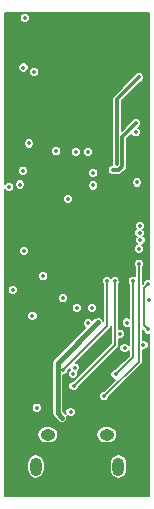
<source format=gbr>
G04 #@! TF.FileFunction,Copper,L2,Inr,Plane*
%FSLAX46Y46*%
G04 Gerber Fmt 4.6, Leading zero omitted, Abs format (unit mm)*
G04 Created by KiCad (PCBNEW 4.0.5) date 07/06/17 21:13:05*
%MOMM*%
%LPD*%
G01*
G04 APERTURE LIST*
%ADD10C,0.100000*%
%ADD11O,1.250000X0.950000*%
%ADD12O,1.000000X1.550000*%
%ADD13C,0.355600*%
%ADD14C,0.304800*%
%ADD15C,0.381000*%
%ADD16C,0.152400*%
%ADD17C,0.304800*%
%ADD18C,0.203200*%
G04 APERTURE END LIST*
D10*
D11*
X137200000Y-102409000D03*
X142200000Y-102409000D03*
D12*
X136200000Y-105109000D03*
X143200000Y-105109000D03*
D13*
X136067800Y-71704200D03*
X135153400Y-71323200D03*
X135610600Y-77749400D03*
X135102600Y-80060800D03*
X139141200Y-100482400D03*
X136271000Y-100126800D03*
X135915400Y-92329000D03*
X139496800Y-96723200D03*
X140970000Y-91694000D03*
X134874000Y-81229200D03*
X141071600Y-81305400D03*
X141071600Y-80238600D03*
X138938000Y-82448400D03*
X139662799Y-91668600D03*
X138277600Y-81508600D03*
X144729200Y-77851000D03*
X143408400Y-82016600D03*
X135940800Y-74142600D03*
X144703800Y-71374000D03*
X137134600Y-67437000D03*
X135585200Y-77012800D03*
X141135382Y-90527782D03*
X143103600Y-99212400D03*
X141478000Y-100914200D03*
X134772400Y-79222600D03*
X134518400Y-82118200D03*
X142163800Y-78460600D03*
X138202199Y-83413438D03*
X143367362Y-89311540D03*
X139649200Y-90195400D03*
X134366000Y-67335400D03*
D14*
X141605000Y-105521760D03*
D13*
X135204200Y-86842600D03*
X139344400Y-97256600D03*
X145745200Y-91033600D03*
X135255000Y-67132200D03*
X144780000Y-81051400D03*
X133959600Y-81432400D03*
X144653000Y-76809600D03*
X137939499Y-78413842D03*
X140614400Y-78486000D03*
X139573000Y-78460600D03*
X138430000Y-100965000D03*
X141478000Y-92862400D03*
X142240000Y-89382600D03*
X138531600Y-96926400D03*
X144932400Y-87934800D03*
X141986000Y-99161600D03*
X145313400Y-94818200D03*
X144932400Y-86664800D03*
X144983200Y-85318600D03*
X143306800Y-93853001D03*
X139395200Y-98298000D03*
X142900400Y-89433400D03*
X142951200Y-97307400D03*
X144399000Y-89382600D03*
X143713200Y-95072200D03*
X145059400Y-85953600D03*
X140614400Y-92989400D03*
X145008600Y-84734400D03*
X138506200Y-90855800D03*
X134239000Y-90144600D03*
X143078200Y-79451200D03*
X144907000Y-72161400D03*
X142707808Y-79999392D03*
X144678400Y-76047600D03*
X145694400Y-93497400D03*
X145719800Y-89636600D03*
X143891000Y-92913200D03*
X136829800Y-89001600D03*
D15*
X138036299Y-100571299D02*
X138430000Y-100965000D01*
X141478000Y-92862400D02*
X138036299Y-96304101D01*
X138036299Y-96304101D02*
X138036299Y-100571299D01*
D16*
X138531600Y-96926400D02*
X142240000Y-93218000D01*
X142240000Y-93218000D02*
X142240000Y-89382600D01*
X141986000Y-99161600D02*
X144932400Y-96215200D01*
X144932400Y-96215200D02*
X144932400Y-87934800D01*
X142900400Y-89433400D02*
X142900400Y-94792800D01*
X142900400Y-94792800D02*
X139395200Y-98298000D01*
X144399000Y-89382600D02*
X144399000Y-95859600D01*
X144399000Y-95859600D02*
X142951200Y-97307400D01*
D17*
X144907000Y-72161400D02*
X143078200Y-73990200D01*
X143078200Y-73990200D02*
X143078200Y-79451200D01*
X144678400Y-76047600D02*
X143535401Y-77190599D01*
X143535401Y-77190599D02*
X143535401Y-79670657D01*
X143535401Y-79670657D02*
X143206666Y-79999392D01*
X143206666Y-79999392D02*
X142707808Y-79999392D01*
D16*
X145364199Y-93090999D02*
X145694400Y-93421200D01*
X145694400Y-93421200D02*
X145694400Y-93497400D01*
X145719800Y-89636600D02*
X145364199Y-89992201D01*
X145364199Y-89992201D02*
X145364199Y-93090999D01*
D18*
G36*
X145819000Y-89210246D02*
X145806067Y-89204876D01*
X145634287Y-89204726D01*
X145475525Y-89270325D01*
X145353952Y-89391686D01*
X145288076Y-89550333D01*
X145288031Y-89601395D01*
X145262600Y-89626826D01*
X145262600Y-88215300D01*
X145298248Y-88179714D01*
X145364124Y-88021067D01*
X145364274Y-87849287D01*
X145298675Y-87690525D01*
X145177314Y-87568952D01*
X145018667Y-87503076D01*
X144846887Y-87502926D01*
X144688125Y-87568525D01*
X144566552Y-87689886D01*
X144500676Y-87848533D01*
X144500526Y-88020313D01*
X144566125Y-88179075D01*
X144602200Y-88215213D01*
X144602200Y-88999431D01*
X144485267Y-88950876D01*
X144313487Y-88950726D01*
X144154725Y-89016325D01*
X144033152Y-89137686D01*
X143967276Y-89296333D01*
X143967126Y-89468113D01*
X144032725Y-89626875D01*
X144068800Y-89663013D01*
X144068800Y-92519484D01*
X143977267Y-92481476D01*
X143805487Y-92481326D01*
X143646725Y-92546925D01*
X143525152Y-92668286D01*
X143459276Y-92826933D01*
X143459126Y-92998713D01*
X143524725Y-93157475D01*
X143646086Y-93279048D01*
X143804733Y-93344924D01*
X143976513Y-93345074D01*
X144068800Y-93306942D01*
X144068800Y-94817231D01*
X143958114Y-94706352D01*
X143799467Y-94640476D01*
X143627687Y-94640326D01*
X143468925Y-94705925D01*
X143347352Y-94827286D01*
X143281476Y-94985933D01*
X143281326Y-95157713D01*
X143346925Y-95316475D01*
X143468286Y-95438048D01*
X143626933Y-95503924D01*
X143798713Y-95504074D01*
X143957475Y-95438475D01*
X144068800Y-95327344D01*
X144068800Y-95722827D01*
X142916056Y-96875570D01*
X142865687Y-96875526D01*
X142706925Y-96941125D01*
X142585352Y-97062486D01*
X142519476Y-97221133D01*
X142519326Y-97392913D01*
X142584925Y-97551675D01*
X142706286Y-97673248D01*
X142864933Y-97739124D01*
X142941435Y-97739191D01*
X141950856Y-98729770D01*
X141900487Y-98729726D01*
X141741725Y-98795325D01*
X141620152Y-98916686D01*
X141554276Y-99075333D01*
X141554126Y-99247113D01*
X141619725Y-99405875D01*
X141741086Y-99527448D01*
X141899733Y-99593324D01*
X142071513Y-99593474D01*
X142230275Y-99527875D01*
X142351848Y-99406514D01*
X142417724Y-99247867D01*
X142417769Y-99196805D01*
X145165887Y-96448687D01*
X145237465Y-96341562D01*
X145262601Y-96215200D01*
X145262600Y-96215195D01*
X145262600Y-95249955D01*
X145398913Y-95250074D01*
X145557675Y-95184475D01*
X145679248Y-95063114D01*
X145745124Y-94904467D01*
X145745274Y-94732687D01*
X145679675Y-94573925D01*
X145558314Y-94452352D01*
X145399667Y-94386476D01*
X145262600Y-94386356D01*
X145262600Y-93583092D01*
X145328125Y-93741675D01*
X145449486Y-93863248D01*
X145608133Y-93929124D01*
X145779913Y-93929274D01*
X145819000Y-93913124D01*
X145819000Y-107569000D01*
X133581000Y-107569000D01*
X133581000Y-104813841D01*
X135446000Y-104813841D01*
X135446000Y-105404159D01*
X135503395Y-105692702D01*
X135666841Y-105937318D01*
X135911457Y-106100764D01*
X136200000Y-106158159D01*
X136488543Y-106100764D01*
X136733159Y-105937318D01*
X136896605Y-105692702D01*
X136954000Y-105404159D01*
X136954000Y-104813841D01*
X142446000Y-104813841D01*
X142446000Y-105404159D01*
X142503395Y-105692702D01*
X142666841Y-105937318D01*
X142911457Y-106100764D01*
X143200000Y-106158159D01*
X143488543Y-106100764D01*
X143733159Y-105937318D01*
X143896605Y-105692702D01*
X143954000Y-105404159D01*
X143954000Y-104813841D01*
X143896605Y-104525298D01*
X143733159Y-104280682D01*
X143488543Y-104117236D01*
X143200000Y-104059841D01*
X142911457Y-104117236D01*
X142666841Y-104280682D01*
X142503395Y-104525298D01*
X142446000Y-104813841D01*
X136954000Y-104813841D01*
X136896605Y-104525298D01*
X136733159Y-104280682D01*
X136488543Y-104117236D01*
X136200000Y-104059841D01*
X135911457Y-104117236D01*
X135666841Y-104280682D01*
X135503395Y-104525298D01*
X135446000Y-104813841D01*
X133581000Y-104813841D01*
X133581000Y-102409000D01*
X136303779Y-102409000D01*
X136359271Y-102687976D01*
X136517298Y-102924481D01*
X136753803Y-103082508D01*
X137032779Y-103138000D01*
X137367221Y-103138000D01*
X137646197Y-103082508D01*
X137882702Y-102924481D01*
X138040729Y-102687976D01*
X138096221Y-102409000D01*
X141303779Y-102409000D01*
X141359271Y-102687976D01*
X141517298Y-102924481D01*
X141753803Y-103082508D01*
X142032779Y-103138000D01*
X142367221Y-103138000D01*
X142646197Y-103082508D01*
X142882702Y-102924481D01*
X143040729Y-102687976D01*
X143096221Y-102409000D01*
X143040729Y-102130024D01*
X142882702Y-101893519D01*
X142646197Y-101735492D01*
X142367221Y-101680000D01*
X142032779Y-101680000D01*
X141753803Y-101735492D01*
X141517298Y-101893519D01*
X141359271Y-102130024D01*
X141303779Y-102409000D01*
X138096221Y-102409000D01*
X138040729Y-102130024D01*
X137882702Y-101893519D01*
X137646197Y-101735492D01*
X137367221Y-101680000D01*
X137032779Y-101680000D01*
X136753803Y-101735492D01*
X136517298Y-101893519D01*
X136359271Y-102130024D01*
X136303779Y-102409000D01*
X133581000Y-102409000D01*
X133581000Y-100212313D01*
X135839126Y-100212313D01*
X135904725Y-100371075D01*
X136026086Y-100492648D01*
X136184733Y-100558524D01*
X136356513Y-100558674D01*
X136515275Y-100493075D01*
X136636848Y-100371714D01*
X136702724Y-100213067D01*
X136702874Y-100041287D01*
X136637275Y-99882525D01*
X136515914Y-99760952D01*
X136357267Y-99695076D01*
X136185487Y-99694926D01*
X136026725Y-99760525D01*
X135905152Y-99881886D01*
X135839276Y-100040533D01*
X135839126Y-100212313D01*
X133581000Y-100212313D01*
X133581000Y-96304101D01*
X137591799Y-96304101D01*
X137591799Y-100571299D01*
X137625635Y-100741402D01*
X137661379Y-100794897D01*
X137721990Y-100885608D01*
X138115691Y-101279309D01*
X138169584Y-101315319D01*
X138185086Y-101330848D01*
X138205529Y-101339337D01*
X138259897Y-101375664D01*
X138323468Y-101388309D01*
X138343733Y-101396724D01*
X138365869Y-101396743D01*
X138430000Y-101409500D01*
X138493570Y-101396855D01*
X138515513Y-101396874D01*
X138535972Y-101388420D01*
X138600102Y-101375664D01*
X138653994Y-101339655D01*
X138674275Y-101331275D01*
X138689942Y-101315636D01*
X138744309Y-101279309D01*
X138780318Y-101225416D01*
X138795848Y-101209914D01*
X138804337Y-101189469D01*
X138840664Y-101135102D01*
X138853309Y-101071533D01*
X138861724Y-101051267D01*
X138861743Y-101029131D01*
X138874500Y-100965000D01*
X138861855Y-100901429D01*
X138861874Y-100879487D01*
X138853421Y-100859028D01*
X138840664Y-100794897D01*
X138835879Y-100787735D01*
X138896286Y-100848248D01*
X139054933Y-100914124D01*
X139226713Y-100914274D01*
X139385475Y-100848675D01*
X139507048Y-100727314D01*
X139572924Y-100568667D01*
X139573074Y-100396887D01*
X139507475Y-100238125D01*
X139386114Y-100116552D01*
X139227467Y-100050676D01*
X139055687Y-100050526D01*
X138896925Y-100116125D01*
X138775352Y-100237486D01*
X138709476Y-100396133D01*
X138709326Y-100567913D01*
X138742980Y-100649362D01*
X138480799Y-100387181D01*
X138480799Y-97358155D01*
X138617113Y-97358274D01*
X138775875Y-97292675D01*
X138897448Y-97171314D01*
X138963324Y-97012667D01*
X138963369Y-96961605D01*
X139079935Y-96845039D01*
X139099079Y-96891369D01*
X138978552Y-97011686D01*
X138912676Y-97170333D01*
X138912526Y-97342113D01*
X138978125Y-97500875D01*
X139099486Y-97622448D01*
X139258133Y-97688324D01*
X139429913Y-97688474D01*
X139588675Y-97622875D01*
X139710248Y-97501514D01*
X139776124Y-97342867D01*
X139776274Y-97171087D01*
X139742121Y-97088431D01*
X139862648Y-96968114D01*
X139928524Y-96809467D01*
X139928674Y-96637687D01*
X139863075Y-96478925D01*
X139741714Y-96357352D01*
X139618701Y-96306273D01*
X142473484Y-93451489D01*
X142473487Y-93451487D01*
X142545065Y-93344362D01*
X142554916Y-93294838D01*
X142570200Y-93218005D01*
X142570200Y-94656027D01*
X139360056Y-97866170D01*
X139309687Y-97866126D01*
X139150925Y-97931725D01*
X139029352Y-98053086D01*
X138963476Y-98211733D01*
X138963326Y-98383513D01*
X139028925Y-98542275D01*
X139150286Y-98663848D01*
X139308933Y-98729724D01*
X139480713Y-98729874D01*
X139639475Y-98664275D01*
X139761048Y-98542914D01*
X139826924Y-98384267D01*
X139826969Y-98333205D01*
X143133884Y-95026289D01*
X143133887Y-95026287D01*
X143205465Y-94919162D01*
X143230600Y-94792800D01*
X143230600Y-94284734D01*
X143392313Y-94284875D01*
X143551075Y-94219276D01*
X143672648Y-94097915D01*
X143738524Y-93939268D01*
X143738674Y-93767488D01*
X143673075Y-93608726D01*
X143551714Y-93487153D01*
X143393067Y-93421277D01*
X143230600Y-93421135D01*
X143230600Y-89713900D01*
X143266248Y-89678314D01*
X143332124Y-89519667D01*
X143332274Y-89347887D01*
X143266675Y-89189125D01*
X143145314Y-89067552D01*
X142986667Y-89001676D01*
X142814887Y-89001526D01*
X142656125Y-89067125D01*
X142595557Y-89127588D01*
X142484914Y-89016752D01*
X142326267Y-88950876D01*
X142154487Y-88950726D01*
X141995725Y-89016325D01*
X141874152Y-89137686D01*
X141808276Y-89296333D01*
X141808126Y-89468113D01*
X141873725Y-89626875D01*
X141909800Y-89663013D01*
X141909800Y-92776708D01*
X141901420Y-92756428D01*
X141888664Y-92692298D01*
X141852655Y-92638406D01*
X141844275Y-92618125D01*
X141828636Y-92602458D01*
X141792309Y-92548091D01*
X141738416Y-92512082D01*
X141722914Y-92496552D01*
X141702469Y-92488063D01*
X141648102Y-92451736D01*
X141584533Y-92439091D01*
X141564267Y-92430676D01*
X141542131Y-92430657D01*
X141478000Y-92417900D01*
X141414430Y-92430545D01*
X141392487Y-92430526D01*
X141372028Y-92438980D01*
X141307898Y-92451736D01*
X141254006Y-92487745D01*
X141233725Y-92496125D01*
X141218058Y-92511764D01*
X141163691Y-92548091D01*
X140973672Y-92738110D01*
X140859314Y-92623552D01*
X140700667Y-92557676D01*
X140528887Y-92557526D01*
X140370125Y-92623125D01*
X140248552Y-92744486D01*
X140182676Y-92903133D01*
X140182526Y-93074913D01*
X140248125Y-93233675D01*
X140363016Y-93348766D01*
X137721990Y-95989792D01*
X137625635Y-96133998D01*
X137591799Y-96304101D01*
X133581000Y-96304101D01*
X133581000Y-92414513D01*
X135483526Y-92414513D01*
X135549125Y-92573275D01*
X135670486Y-92694848D01*
X135829133Y-92760724D01*
X136000913Y-92760874D01*
X136159675Y-92695275D01*
X136281248Y-92573914D01*
X136347124Y-92415267D01*
X136347274Y-92243487D01*
X136281675Y-92084725D01*
X136160314Y-91963152D01*
X136001667Y-91897276D01*
X135829887Y-91897126D01*
X135671125Y-91962725D01*
X135549552Y-92084086D01*
X135483676Y-92242733D01*
X135483526Y-92414513D01*
X133581000Y-92414513D01*
X133581000Y-91754113D01*
X139230925Y-91754113D01*
X139296524Y-91912875D01*
X139417885Y-92034448D01*
X139576532Y-92100324D01*
X139748312Y-92100474D01*
X139907074Y-92034875D01*
X140028647Y-91913514D01*
X140084289Y-91779513D01*
X140538126Y-91779513D01*
X140603725Y-91938275D01*
X140725086Y-92059848D01*
X140883733Y-92125724D01*
X141055513Y-92125874D01*
X141214275Y-92060275D01*
X141335848Y-91938914D01*
X141401724Y-91780267D01*
X141401874Y-91608487D01*
X141336275Y-91449725D01*
X141214914Y-91328152D01*
X141056267Y-91262276D01*
X140884487Y-91262126D01*
X140725725Y-91327725D01*
X140604152Y-91449086D01*
X140538276Y-91607733D01*
X140538126Y-91779513D01*
X140084289Y-91779513D01*
X140094523Y-91754867D01*
X140094673Y-91583087D01*
X140029074Y-91424325D01*
X139907713Y-91302752D01*
X139749066Y-91236876D01*
X139577286Y-91236726D01*
X139418524Y-91302325D01*
X139296951Y-91423686D01*
X139231075Y-91582333D01*
X139230925Y-91754113D01*
X133581000Y-91754113D01*
X133581000Y-90941313D01*
X138074326Y-90941313D01*
X138139925Y-91100075D01*
X138261286Y-91221648D01*
X138419933Y-91287524D01*
X138591713Y-91287674D01*
X138750475Y-91222075D01*
X138872048Y-91100714D01*
X138937924Y-90942067D01*
X138938074Y-90770287D01*
X138872475Y-90611525D01*
X138751114Y-90489952D01*
X138592467Y-90424076D01*
X138420687Y-90423926D01*
X138261925Y-90489525D01*
X138140352Y-90610886D01*
X138074476Y-90769533D01*
X138074326Y-90941313D01*
X133581000Y-90941313D01*
X133581000Y-90230113D01*
X133807126Y-90230113D01*
X133872725Y-90388875D01*
X133994086Y-90510448D01*
X134152733Y-90576324D01*
X134324513Y-90576474D01*
X134483275Y-90510875D01*
X134604848Y-90389514D01*
X134670724Y-90230867D01*
X134670874Y-90059087D01*
X134605275Y-89900325D01*
X134483914Y-89778752D01*
X134325267Y-89712876D01*
X134153487Y-89712726D01*
X133994725Y-89778325D01*
X133873152Y-89899686D01*
X133807276Y-90058333D01*
X133807126Y-90230113D01*
X133581000Y-90230113D01*
X133581000Y-89087113D01*
X136397926Y-89087113D01*
X136463525Y-89245875D01*
X136584886Y-89367448D01*
X136743533Y-89433324D01*
X136915313Y-89433474D01*
X137074075Y-89367875D01*
X137195648Y-89246514D01*
X137261524Y-89087867D01*
X137261674Y-88916087D01*
X137196075Y-88757325D01*
X137074714Y-88635752D01*
X136916067Y-88569876D01*
X136744287Y-88569726D01*
X136585525Y-88635325D01*
X136463952Y-88756686D01*
X136398076Y-88915333D01*
X136397926Y-89087113D01*
X133581000Y-89087113D01*
X133581000Y-86928113D01*
X134772326Y-86928113D01*
X134837925Y-87086875D01*
X134959286Y-87208448D01*
X135117933Y-87274324D01*
X135289713Y-87274474D01*
X135448475Y-87208875D01*
X135570048Y-87087514D01*
X135635924Y-86928867D01*
X135636074Y-86757087D01*
X135633276Y-86750313D01*
X144500526Y-86750313D01*
X144566125Y-86909075D01*
X144687486Y-87030648D01*
X144846133Y-87096524D01*
X145017913Y-87096674D01*
X145176675Y-87031075D01*
X145298248Y-86909714D01*
X145364124Y-86751067D01*
X145364274Y-86579287D01*
X145298675Y-86420525D01*
X145229001Y-86350730D01*
X145303675Y-86319875D01*
X145425248Y-86198514D01*
X145491124Y-86039867D01*
X145491274Y-85868087D01*
X145425675Y-85709325D01*
X145314523Y-85597979D01*
X145349048Y-85563514D01*
X145414924Y-85404867D01*
X145415074Y-85233087D01*
X145349475Y-85074325D01*
X145314434Y-85039223D01*
X145374448Y-84979314D01*
X145440324Y-84820667D01*
X145440474Y-84648887D01*
X145374875Y-84490125D01*
X145253514Y-84368552D01*
X145094867Y-84302676D01*
X144923087Y-84302526D01*
X144764325Y-84368125D01*
X144642752Y-84489486D01*
X144576876Y-84648133D01*
X144576726Y-84819913D01*
X144642325Y-84978675D01*
X144677366Y-85013777D01*
X144617352Y-85073686D01*
X144551476Y-85232333D01*
X144551326Y-85404113D01*
X144616925Y-85562875D01*
X144728077Y-85674221D01*
X144693552Y-85708686D01*
X144627676Y-85867333D01*
X144627526Y-86039113D01*
X144693125Y-86197875D01*
X144762799Y-86267670D01*
X144688125Y-86298525D01*
X144566552Y-86419886D01*
X144500676Y-86578533D01*
X144500526Y-86750313D01*
X135633276Y-86750313D01*
X135570475Y-86598325D01*
X135449114Y-86476752D01*
X135290467Y-86410876D01*
X135118687Y-86410726D01*
X134959925Y-86476325D01*
X134838352Y-86597686D01*
X134772476Y-86756333D01*
X134772326Y-86928113D01*
X133581000Y-86928113D01*
X133581000Y-82533913D01*
X138506126Y-82533913D01*
X138571725Y-82692675D01*
X138693086Y-82814248D01*
X138851733Y-82880124D01*
X139023513Y-82880274D01*
X139182275Y-82814675D01*
X139303848Y-82693314D01*
X139369724Y-82534667D01*
X139369874Y-82362887D01*
X139304275Y-82204125D01*
X139182914Y-82082552D01*
X139024267Y-82016676D01*
X138852487Y-82016526D01*
X138693725Y-82082125D01*
X138572152Y-82203486D01*
X138506276Y-82362133D01*
X138506126Y-82533913D01*
X133581000Y-82533913D01*
X133581000Y-81646846D01*
X133593325Y-81676675D01*
X133714686Y-81798248D01*
X133873333Y-81864124D01*
X134045113Y-81864274D01*
X134203875Y-81798675D01*
X134325448Y-81677314D01*
X134391324Y-81518667D01*
X134391474Y-81346887D01*
X134378180Y-81314713D01*
X134442126Y-81314713D01*
X134507725Y-81473475D01*
X134629086Y-81595048D01*
X134787733Y-81660924D01*
X134959513Y-81661074D01*
X135118275Y-81595475D01*
X135239848Y-81474114D01*
X135274396Y-81390913D01*
X140639726Y-81390913D01*
X140705325Y-81549675D01*
X140826686Y-81671248D01*
X140985333Y-81737124D01*
X141157113Y-81737274D01*
X141315875Y-81671675D01*
X141437448Y-81550314D01*
X141503324Y-81391667D01*
X141503474Y-81219887D01*
X141469190Y-81136913D01*
X144348126Y-81136913D01*
X144413725Y-81295675D01*
X144535086Y-81417248D01*
X144693733Y-81483124D01*
X144865513Y-81483274D01*
X145024275Y-81417675D01*
X145145848Y-81296314D01*
X145211724Y-81137667D01*
X145211874Y-80965887D01*
X145146275Y-80807125D01*
X145024914Y-80685552D01*
X144866267Y-80619676D01*
X144694487Y-80619526D01*
X144535725Y-80685125D01*
X144414152Y-80806486D01*
X144348276Y-80965133D01*
X144348126Y-81136913D01*
X141469190Y-81136913D01*
X141437875Y-81061125D01*
X141316514Y-80939552D01*
X141157867Y-80873676D01*
X140986087Y-80873526D01*
X140827325Y-80939125D01*
X140705752Y-81060486D01*
X140639876Y-81219133D01*
X140639726Y-81390913D01*
X135274396Y-81390913D01*
X135305724Y-81315467D01*
X135305874Y-81143687D01*
X135240275Y-80984925D01*
X135118914Y-80863352D01*
X134960267Y-80797476D01*
X134788487Y-80797326D01*
X134629725Y-80862925D01*
X134508152Y-80984286D01*
X134442276Y-81142933D01*
X134442126Y-81314713D01*
X134378180Y-81314713D01*
X134325875Y-81188125D01*
X134204514Y-81066552D01*
X134045867Y-81000676D01*
X133874087Y-81000526D01*
X133715325Y-81066125D01*
X133593752Y-81187486D01*
X133581000Y-81218196D01*
X133581000Y-80146313D01*
X134670726Y-80146313D01*
X134736325Y-80305075D01*
X134857686Y-80426648D01*
X135016333Y-80492524D01*
X135188113Y-80492674D01*
X135346875Y-80427075D01*
X135450016Y-80324113D01*
X140639726Y-80324113D01*
X140705325Y-80482875D01*
X140826686Y-80604448D01*
X140985333Y-80670324D01*
X141157113Y-80670474D01*
X141315875Y-80604875D01*
X141437448Y-80483514D01*
X141503324Y-80324867D01*
X141503474Y-80153087D01*
X141475302Y-80084905D01*
X142275934Y-80084905D01*
X142341533Y-80243667D01*
X142462894Y-80365240D01*
X142621541Y-80431116D01*
X142793321Y-80431266D01*
X142854973Y-80405792D01*
X143206666Y-80405792D01*
X143362189Y-80374857D01*
X143494034Y-80286760D01*
X143822769Y-79958026D01*
X143910866Y-79826180D01*
X143941801Y-79670657D01*
X143941801Y-77358935D01*
X144275070Y-77025666D01*
X144286725Y-77053875D01*
X144408086Y-77175448D01*
X144566733Y-77241324D01*
X144738513Y-77241474D01*
X144897275Y-77175875D01*
X145018848Y-77054514D01*
X145084724Y-76895867D01*
X145084874Y-76724087D01*
X145019275Y-76565325D01*
X144897914Y-76443752D01*
X144874199Y-76433905D01*
X144922675Y-76413875D01*
X145044248Y-76292514D01*
X145110124Y-76133867D01*
X145110274Y-75962087D01*
X145044675Y-75803325D01*
X144923314Y-75681752D01*
X144764667Y-75615876D01*
X144592887Y-75615726D01*
X144434125Y-75681325D01*
X144312552Y-75802686D01*
X144286970Y-75864294D01*
X143484600Y-76666664D01*
X143484600Y-74158536D01*
X145090243Y-72552893D01*
X145151275Y-72527675D01*
X145272848Y-72406314D01*
X145338724Y-72247667D01*
X145338874Y-72075887D01*
X145273275Y-71917125D01*
X145151914Y-71795552D01*
X144993267Y-71729676D01*
X144821487Y-71729526D01*
X144662725Y-71795125D01*
X144541152Y-71916486D01*
X144515570Y-71978094D01*
X142790832Y-73702832D01*
X142702735Y-73834677D01*
X142671800Y-73990200D01*
X142671800Y-79303946D01*
X142646476Y-79364933D01*
X142646326Y-79536713D01*
X142659068Y-79567550D01*
X142622295Y-79567518D01*
X142463533Y-79633117D01*
X142341960Y-79754478D01*
X142276084Y-79913125D01*
X142275934Y-80084905D01*
X141475302Y-80084905D01*
X141437875Y-79994325D01*
X141316514Y-79872752D01*
X141157867Y-79806876D01*
X140986087Y-79806726D01*
X140827325Y-79872325D01*
X140705752Y-79993686D01*
X140639876Y-80152333D01*
X140639726Y-80324113D01*
X135450016Y-80324113D01*
X135468448Y-80305714D01*
X135534324Y-80147067D01*
X135534474Y-79975287D01*
X135468875Y-79816525D01*
X135347514Y-79694952D01*
X135188867Y-79629076D01*
X135017087Y-79628926D01*
X134858325Y-79694525D01*
X134736752Y-79815886D01*
X134670876Y-79974533D01*
X134670726Y-80146313D01*
X133581000Y-80146313D01*
X133581000Y-78499355D01*
X137507625Y-78499355D01*
X137573224Y-78658117D01*
X137694585Y-78779690D01*
X137853232Y-78845566D01*
X138025012Y-78845716D01*
X138183774Y-78780117D01*
X138305347Y-78658756D01*
X138352120Y-78546113D01*
X139141126Y-78546113D01*
X139206725Y-78704875D01*
X139328086Y-78826448D01*
X139486733Y-78892324D01*
X139658513Y-78892474D01*
X139817275Y-78826875D01*
X139938848Y-78705514D01*
X139994490Y-78571513D01*
X140182526Y-78571513D01*
X140248125Y-78730275D01*
X140369486Y-78851848D01*
X140528133Y-78917724D01*
X140699913Y-78917874D01*
X140858675Y-78852275D01*
X140980248Y-78730914D01*
X141046124Y-78572267D01*
X141046274Y-78400487D01*
X140980675Y-78241725D01*
X140859314Y-78120152D01*
X140700667Y-78054276D01*
X140528887Y-78054126D01*
X140370125Y-78119725D01*
X140248552Y-78241086D01*
X140182676Y-78399733D01*
X140182526Y-78571513D01*
X139994490Y-78571513D01*
X140004724Y-78546867D01*
X140004874Y-78375087D01*
X139939275Y-78216325D01*
X139817914Y-78094752D01*
X139659267Y-78028876D01*
X139487487Y-78028726D01*
X139328725Y-78094325D01*
X139207152Y-78215686D01*
X139141276Y-78374333D01*
X139141126Y-78546113D01*
X138352120Y-78546113D01*
X138371223Y-78500109D01*
X138371373Y-78328329D01*
X138305774Y-78169567D01*
X138184413Y-78047994D01*
X138025766Y-77982118D01*
X137853986Y-77981968D01*
X137695224Y-78047567D01*
X137573651Y-78168928D01*
X137507775Y-78327575D01*
X137507625Y-78499355D01*
X133581000Y-78499355D01*
X133581000Y-77834913D01*
X135178726Y-77834913D01*
X135244325Y-77993675D01*
X135365686Y-78115248D01*
X135524333Y-78181124D01*
X135696113Y-78181274D01*
X135854875Y-78115675D01*
X135976448Y-77994314D01*
X136042324Y-77835667D01*
X136042474Y-77663887D01*
X135976875Y-77505125D01*
X135855514Y-77383552D01*
X135696867Y-77317676D01*
X135525087Y-77317526D01*
X135366325Y-77383125D01*
X135244752Y-77504486D01*
X135178876Y-77663133D01*
X135178726Y-77834913D01*
X133581000Y-77834913D01*
X133581000Y-71789713D01*
X135635926Y-71789713D01*
X135701525Y-71948475D01*
X135822886Y-72070048D01*
X135981533Y-72135924D01*
X136153313Y-72136074D01*
X136312075Y-72070475D01*
X136433648Y-71949114D01*
X136499524Y-71790467D01*
X136499674Y-71618687D01*
X136434075Y-71459925D01*
X136312714Y-71338352D01*
X136154067Y-71272476D01*
X135982287Y-71272326D01*
X135823525Y-71337925D01*
X135701952Y-71459286D01*
X135636076Y-71617933D01*
X135635926Y-71789713D01*
X133581000Y-71789713D01*
X133581000Y-71408713D01*
X134721526Y-71408713D01*
X134787125Y-71567475D01*
X134908486Y-71689048D01*
X135067133Y-71754924D01*
X135238913Y-71755074D01*
X135397675Y-71689475D01*
X135519248Y-71568114D01*
X135585124Y-71409467D01*
X135585274Y-71237687D01*
X135519675Y-71078925D01*
X135398314Y-70957352D01*
X135239667Y-70891476D01*
X135067887Y-70891326D01*
X134909125Y-70956925D01*
X134787552Y-71078286D01*
X134721676Y-71236933D01*
X134721526Y-71408713D01*
X133581000Y-71408713D01*
X133581000Y-67217713D01*
X134823126Y-67217713D01*
X134888725Y-67376475D01*
X135010086Y-67498048D01*
X135168733Y-67563924D01*
X135340513Y-67564074D01*
X135499275Y-67498475D01*
X135620848Y-67377114D01*
X135686724Y-67218467D01*
X135686874Y-67046687D01*
X135621275Y-66887925D01*
X135499914Y-66766352D01*
X135341267Y-66700476D01*
X135169487Y-66700326D01*
X135010725Y-66765925D01*
X134889152Y-66887286D01*
X134823276Y-67045933D01*
X134823126Y-67217713D01*
X133581000Y-67217713D01*
X133581000Y-66675000D01*
X145819000Y-66675000D01*
X145819000Y-89210246D01*
X145819000Y-89210246D01*
G37*
X145819000Y-89210246D02*
X145806067Y-89204876D01*
X145634287Y-89204726D01*
X145475525Y-89270325D01*
X145353952Y-89391686D01*
X145288076Y-89550333D01*
X145288031Y-89601395D01*
X145262600Y-89626826D01*
X145262600Y-88215300D01*
X145298248Y-88179714D01*
X145364124Y-88021067D01*
X145364274Y-87849287D01*
X145298675Y-87690525D01*
X145177314Y-87568952D01*
X145018667Y-87503076D01*
X144846887Y-87502926D01*
X144688125Y-87568525D01*
X144566552Y-87689886D01*
X144500676Y-87848533D01*
X144500526Y-88020313D01*
X144566125Y-88179075D01*
X144602200Y-88215213D01*
X144602200Y-88999431D01*
X144485267Y-88950876D01*
X144313487Y-88950726D01*
X144154725Y-89016325D01*
X144033152Y-89137686D01*
X143967276Y-89296333D01*
X143967126Y-89468113D01*
X144032725Y-89626875D01*
X144068800Y-89663013D01*
X144068800Y-92519484D01*
X143977267Y-92481476D01*
X143805487Y-92481326D01*
X143646725Y-92546925D01*
X143525152Y-92668286D01*
X143459276Y-92826933D01*
X143459126Y-92998713D01*
X143524725Y-93157475D01*
X143646086Y-93279048D01*
X143804733Y-93344924D01*
X143976513Y-93345074D01*
X144068800Y-93306942D01*
X144068800Y-94817231D01*
X143958114Y-94706352D01*
X143799467Y-94640476D01*
X143627687Y-94640326D01*
X143468925Y-94705925D01*
X143347352Y-94827286D01*
X143281476Y-94985933D01*
X143281326Y-95157713D01*
X143346925Y-95316475D01*
X143468286Y-95438048D01*
X143626933Y-95503924D01*
X143798713Y-95504074D01*
X143957475Y-95438475D01*
X144068800Y-95327344D01*
X144068800Y-95722827D01*
X142916056Y-96875570D01*
X142865687Y-96875526D01*
X142706925Y-96941125D01*
X142585352Y-97062486D01*
X142519476Y-97221133D01*
X142519326Y-97392913D01*
X142584925Y-97551675D01*
X142706286Y-97673248D01*
X142864933Y-97739124D01*
X142941435Y-97739191D01*
X141950856Y-98729770D01*
X141900487Y-98729726D01*
X141741725Y-98795325D01*
X141620152Y-98916686D01*
X141554276Y-99075333D01*
X141554126Y-99247113D01*
X141619725Y-99405875D01*
X141741086Y-99527448D01*
X141899733Y-99593324D01*
X142071513Y-99593474D01*
X142230275Y-99527875D01*
X142351848Y-99406514D01*
X142417724Y-99247867D01*
X142417769Y-99196805D01*
X145165887Y-96448687D01*
X145237465Y-96341562D01*
X145262601Y-96215200D01*
X145262600Y-96215195D01*
X145262600Y-95249955D01*
X145398913Y-95250074D01*
X145557675Y-95184475D01*
X145679248Y-95063114D01*
X145745124Y-94904467D01*
X145745274Y-94732687D01*
X145679675Y-94573925D01*
X145558314Y-94452352D01*
X145399667Y-94386476D01*
X145262600Y-94386356D01*
X145262600Y-93583092D01*
X145328125Y-93741675D01*
X145449486Y-93863248D01*
X145608133Y-93929124D01*
X145779913Y-93929274D01*
X145819000Y-93913124D01*
X145819000Y-107569000D01*
X133581000Y-107569000D01*
X133581000Y-104813841D01*
X135446000Y-104813841D01*
X135446000Y-105404159D01*
X135503395Y-105692702D01*
X135666841Y-105937318D01*
X135911457Y-106100764D01*
X136200000Y-106158159D01*
X136488543Y-106100764D01*
X136733159Y-105937318D01*
X136896605Y-105692702D01*
X136954000Y-105404159D01*
X136954000Y-104813841D01*
X142446000Y-104813841D01*
X142446000Y-105404159D01*
X142503395Y-105692702D01*
X142666841Y-105937318D01*
X142911457Y-106100764D01*
X143200000Y-106158159D01*
X143488543Y-106100764D01*
X143733159Y-105937318D01*
X143896605Y-105692702D01*
X143954000Y-105404159D01*
X143954000Y-104813841D01*
X143896605Y-104525298D01*
X143733159Y-104280682D01*
X143488543Y-104117236D01*
X143200000Y-104059841D01*
X142911457Y-104117236D01*
X142666841Y-104280682D01*
X142503395Y-104525298D01*
X142446000Y-104813841D01*
X136954000Y-104813841D01*
X136896605Y-104525298D01*
X136733159Y-104280682D01*
X136488543Y-104117236D01*
X136200000Y-104059841D01*
X135911457Y-104117236D01*
X135666841Y-104280682D01*
X135503395Y-104525298D01*
X135446000Y-104813841D01*
X133581000Y-104813841D01*
X133581000Y-102409000D01*
X136303779Y-102409000D01*
X136359271Y-102687976D01*
X136517298Y-102924481D01*
X136753803Y-103082508D01*
X137032779Y-103138000D01*
X137367221Y-103138000D01*
X137646197Y-103082508D01*
X137882702Y-102924481D01*
X138040729Y-102687976D01*
X138096221Y-102409000D01*
X141303779Y-102409000D01*
X141359271Y-102687976D01*
X141517298Y-102924481D01*
X141753803Y-103082508D01*
X142032779Y-103138000D01*
X142367221Y-103138000D01*
X142646197Y-103082508D01*
X142882702Y-102924481D01*
X143040729Y-102687976D01*
X143096221Y-102409000D01*
X143040729Y-102130024D01*
X142882702Y-101893519D01*
X142646197Y-101735492D01*
X142367221Y-101680000D01*
X142032779Y-101680000D01*
X141753803Y-101735492D01*
X141517298Y-101893519D01*
X141359271Y-102130024D01*
X141303779Y-102409000D01*
X138096221Y-102409000D01*
X138040729Y-102130024D01*
X137882702Y-101893519D01*
X137646197Y-101735492D01*
X137367221Y-101680000D01*
X137032779Y-101680000D01*
X136753803Y-101735492D01*
X136517298Y-101893519D01*
X136359271Y-102130024D01*
X136303779Y-102409000D01*
X133581000Y-102409000D01*
X133581000Y-100212313D01*
X135839126Y-100212313D01*
X135904725Y-100371075D01*
X136026086Y-100492648D01*
X136184733Y-100558524D01*
X136356513Y-100558674D01*
X136515275Y-100493075D01*
X136636848Y-100371714D01*
X136702724Y-100213067D01*
X136702874Y-100041287D01*
X136637275Y-99882525D01*
X136515914Y-99760952D01*
X136357267Y-99695076D01*
X136185487Y-99694926D01*
X136026725Y-99760525D01*
X135905152Y-99881886D01*
X135839276Y-100040533D01*
X135839126Y-100212313D01*
X133581000Y-100212313D01*
X133581000Y-96304101D01*
X137591799Y-96304101D01*
X137591799Y-100571299D01*
X137625635Y-100741402D01*
X137661379Y-100794897D01*
X137721990Y-100885608D01*
X138115691Y-101279309D01*
X138169584Y-101315319D01*
X138185086Y-101330848D01*
X138205529Y-101339337D01*
X138259897Y-101375664D01*
X138323468Y-101388309D01*
X138343733Y-101396724D01*
X138365869Y-101396743D01*
X138430000Y-101409500D01*
X138493570Y-101396855D01*
X138515513Y-101396874D01*
X138535972Y-101388420D01*
X138600102Y-101375664D01*
X138653994Y-101339655D01*
X138674275Y-101331275D01*
X138689942Y-101315636D01*
X138744309Y-101279309D01*
X138780318Y-101225416D01*
X138795848Y-101209914D01*
X138804337Y-101189469D01*
X138840664Y-101135102D01*
X138853309Y-101071533D01*
X138861724Y-101051267D01*
X138861743Y-101029131D01*
X138874500Y-100965000D01*
X138861855Y-100901429D01*
X138861874Y-100879487D01*
X138853421Y-100859028D01*
X138840664Y-100794897D01*
X138835879Y-100787735D01*
X138896286Y-100848248D01*
X139054933Y-100914124D01*
X139226713Y-100914274D01*
X139385475Y-100848675D01*
X139507048Y-100727314D01*
X139572924Y-100568667D01*
X139573074Y-100396887D01*
X139507475Y-100238125D01*
X139386114Y-100116552D01*
X139227467Y-100050676D01*
X139055687Y-100050526D01*
X138896925Y-100116125D01*
X138775352Y-100237486D01*
X138709476Y-100396133D01*
X138709326Y-100567913D01*
X138742980Y-100649362D01*
X138480799Y-100387181D01*
X138480799Y-97358155D01*
X138617113Y-97358274D01*
X138775875Y-97292675D01*
X138897448Y-97171314D01*
X138963324Y-97012667D01*
X138963369Y-96961605D01*
X139079935Y-96845039D01*
X139099079Y-96891369D01*
X138978552Y-97011686D01*
X138912676Y-97170333D01*
X138912526Y-97342113D01*
X138978125Y-97500875D01*
X139099486Y-97622448D01*
X139258133Y-97688324D01*
X139429913Y-97688474D01*
X139588675Y-97622875D01*
X139710248Y-97501514D01*
X139776124Y-97342867D01*
X139776274Y-97171087D01*
X139742121Y-97088431D01*
X139862648Y-96968114D01*
X139928524Y-96809467D01*
X139928674Y-96637687D01*
X139863075Y-96478925D01*
X139741714Y-96357352D01*
X139618701Y-96306273D01*
X142473484Y-93451489D01*
X142473487Y-93451487D01*
X142545065Y-93344362D01*
X142554916Y-93294838D01*
X142570200Y-93218005D01*
X142570200Y-94656027D01*
X139360056Y-97866170D01*
X139309687Y-97866126D01*
X139150925Y-97931725D01*
X139029352Y-98053086D01*
X138963476Y-98211733D01*
X138963326Y-98383513D01*
X139028925Y-98542275D01*
X139150286Y-98663848D01*
X139308933Y-98729724D01*
X139480713Y-98729874D01*
X139639475Y-98664275D01*
X139761048Y-98542914D01*
X139826924Y-98384267D01*
X139826969Y-98333205D01*
X143133884Y-95026289D01*
X143133887Y-95026287D01*
X143205465Y-94919162D01*
X143230600Y-94792800D01*
X143230600Y-94284734D01*
X143392313Y-94284875D01*
X143551075Y-94219276D01*
X143672648Y-94097915D01*
X143738524Y-93939268D01*
X143738674Y-93767488D01*
X143673075Y-93608726D01*
X143551714Y-93487153D01*
X143393067Y-93421277D01*
X143230600Y-93421135D01*
X143230600Y-89713900D01*
X143266248Y-89678314D01*
X143332124Y-89519667D01*
X143332274Y-89347887D01*
X143266675Y-89189125D01*
X143145314Y-89067552D01*
X142986667Y-89001676D01*
X142814887Y-89001526D01*
X142656125Y-89067125D01*
X142595557Y-89127588D01*
X142484914Y-89016752D01*
X142326267Y-88950876D01*
X142154487Y-88950726D01*
X141995725Y-89016325D01*
X141874152Y-89137686D01*
X141808276Y-89296333D01*
X141808126Y-89468113D01*
X141873725Y-89626875D01*
X141909800Y-89663013D01*
X141909800Y-92776708D01*
X141901420Y-92756428D01*
X141888664Y-92692298D01*
X141852655Y-92638406D01*
X141844275Y-92618125D01*
X141828636Y-92602458D01*
X141792309Y-92548091D01*
X141738416Y-92512082D01*
X141722914Y-92496552D01*
X141702469Y-92488063D01*
X141648102Y-92451736D01*
X141584533Y-92439091D01*
X141564267Y-92430676D01*
X141542131Y-92430657D01*
X141478000Y-92417900D01*
X141414430Y-92430545D01*
X141392487Y-92430526D01*
X141372028Y-92438980D01*
X141307898Y-92451736D01*
X141254006Y-92487745D01*
X141233725Y-92496125D01*
X141218058Y-92511764D01*
X141163691Y-92548091D01*
X140973672Y-92738110D01*
X140859314Y-92623552D01*
X140700667Y-92557676D01*
X140528887Y-92557526D01*
X140370125Y-92623125D01*
X140248552Y-92744486D01*
X140182676Y-92903133D01*
X140182526Y-93074913D01*
X140248125Y-93233675D01*
X140363016Y-93348766D01*
X137721990Y-95989792D01*
X137625635Y-96133998D01*
X137591799Y-96304101D01*
X133581000Y-96304101D01*
X133581000Y-92414513D01*
X135483526Y-92414513D01*
X135549125Y-92573275D01*
X135670486Y-92694848D01*
X135829133Y-92760724D01*
X136000913Y-92760874D01*
X136159675Y-92695275D01*
X136281248Y-92573914D01*
X136347124Y-92415267D01*
X136347274Y-92243487D01*
X136281675Y-92084725D01*
X136160314Y-91963152D01*
X136001667Y-91897276D01*
X135829887Y-91897126D01*
X135671125Y-91962725D01*
X135549552Y-92084086D01*
X135483676Y-92242733D01*
X135483526Y-92414513D01*
X133581000Y-92414513D01*
X133581000Y-91754113D01*
X139230925Y-91754113D01*
X139296524Y-91912875D01*
X139417885Y-92034448D01*
X139576532Y-92100324D01*
X139748312Y-92100474D01*
X139907074Y-92034875D01*
X140028647Y-91913514D01*
X140084289Y-91779513D01*
X140538126Y-91779513D01*
X140603725Y-91938275D01*
X140725086Y-92059848D01*
X140883733Y-92125724D01*
X141055513Y-92125874D01*
X141214275Y-92060275D01*
X141335848Y-91938914D01*
X141401724Y-91780267D01*
X141401874Y-91608487D01*
X141336275Y-91449725D01*
X141214914Y-91328152D01*
X141056267Y-91262276D01*
X140884487Y-91262126D01*
X140725725Y-91327725D01*
X140604152Y-91449086D01*
X140538276Y-91607733D01*
X140538126Y-91779513D01*
X140084289Y-91779513D01*
X140094523Y-91754867D01*
X140094673Y-91583087D01*
X140029074Y-91424325D01*
X139907713Y-91302752D01*
X139749066Y-91236876D01*
X139577286Y-91236726D01*
X139418524Y-91302325D01*
X139296951Y-91423686D01*
X139231075Y-91582333D01*
X139230925Y-91754113D01*
X133581000Y-91754113D01*
X133581000Y-90941313D01*
X138074326Y-90941313D01*
X138139925Y-91100075D01*
X138261286Y-91221648D01*
X138419933Y-91287524D01*
X138591713Y-91287674D01*
X138750475Y-91222075D01*
X138872048Y-91100714D01*
X138937924Y-90942067D01*
X138938074Y-90770287D01*
X138872475Y-90611525D01*
X138751114Y-90489952D01*
X138592467Y-90424076D01*
X138420687Y-90423926D01*
X138261925Y-90489525D01*
X138140352Y-90610886D01*
X138074476Y-90769533D01*
X138074326Y-90941313D01*
X133581000Y-90941313D01*
X133581000Y-90230113D01*
X133807126Y-90230113D01*
X133872725Y-90388875D01*
X133994086Y-90510448D01*
X134152733Y-90576324D01*
X134324513Y-90576474D01*
X134483275Y-90510875D01*
X134604848Y-90389514D01*
X134670724Y-90230867D01*
X134670874Y-90059087D01*
X134605275Y-89900325D01*
X134483914Y-89778752D01*
X134325267Y-89712876D01*
X134153487Y-89712726D01*
X133994725Y-89778325D01*
X133873152Y-89899686D01*
X133807276Y-90058333D01*
X133807126Y-90230113D01*
X133581000Y-90230113D01*
X133581000Y-89087113D01*
X136397926Y-89087113D01*
X136463525Y-89245875D01*
X136584886Y-89367448D01*
X136743533Y-89433324D01*
X136915313Y-89433474D01*
X137074075Y-89367875D01*
X137195648Y-89246514D01*
X137261524Y-89087867D01*
X137261674Y-88916087D01*
X137196075Y-88757325D01*
X137074714Y-88635752D01*
X136916067Y-88569876D01*
X136744287Y-88569726D01*
X136585525Y-88635325D01*
X136463952Y-88756686D01*
X136398076Y-88915333D01*
X136397926Y-89087113D01*
X133581000Y-89087113D01*
X133581000Y-86928113D01*
X134772326Y-86928113D01*
X134837925Y-87086875D01*
X134959286Y-87208448D01*
X135117933Y-87274324D01*
X135289713Y-87274474D01*
X135448475Y-87208875D01*
X135570048Y-87087514D01*
X135635924Y-86928867D01*
X135636074Y-86757087D01*
X135633276Y-86750313D01*
X144500526Y-86750313D01*
X144566125Y-86909075D01*
X144687486Y-87030648D01*
X144846133Y-87096524D01*
X145017913Y-87096674D01*
X145176675Y-87031075D01*
X145298248Y-86909714D01*
X145364124Y-86751067D01*
X145364274Y-86579287D01*
X145298675Y-86420525D01*
X145229001Y-86350730D01*
X145303675Y-86319875D01*
X145425248Y-86198514D01*
X145491124Y-86039867D01*
X145491274Y-85868087D01*
X145425675Y-85709325D01*
X145314523Y-85597979D01*
X145349048Y-85563514D01*
X145414924Y-85404867D01*
X145415074Y-85233087D01*
X145349475Y-85074325D01*
X145314434Y-85039223D01*
X145374448Y-84979314D01*
X145440324Y-84820667D01*
X145440474Y-84648887D01*
X145374875Y-84490125D01*
X145253514Y-84368552D01*
X145094867Y-84302676D01*
X144923087Y-84302526D01*
X144764325Y-84368125D01*
X144642752Y-84489486D01*
X144576876Y-84648133D01*
X144576726Y-84819913D01*
X144642325Y-84978675D01*
X144677366Y-85013777D01*
X144617352Y-85073686D01*
X144551476Y-85232333D01*
X144551326Y-85404113D01*
X144616925Y-85562875D01*
X144728077Y-85674221D01*
X144693552Y-85708686D01*
X144627676Y-85867333D01*
X144627526Y-86039113D01*
X144693125Y-86197875D01*
X144762799Y-86267670D01*
X144688125Y-86298525D01*
X144566552Y-86419886D01*
X144500676Y-86578533D01*
X144500526Y-86750313D01*
X135633276Y-86750313D01*
X135570475Y-86598325D01*
X135449114Y-86476752D01*
X135290467Y-86410876D01*
X135118687Y-86410726D01*
X134959925Y-86476325D01*
X134838352Y-86597686D01*
X134772476Y-86756333D01*
X134772326Y-86928113D01*
X133581000Y-86928113D01*
X133581000Y-82533913D01*
X138506126Y-82533913D01*
X138571725Y-82692675D01*
X138693086Y-82814248D01*
X138851733Y-82880124D01*
X139023513Y-82880274D01*
X139182275Y-82814675D01*
X139303848Y-82693314D01*
X139369724Y-82534667D01*
X139369874Y-82362887D01*
X139304275Y-82204125D01*
X139182914Y-82082552D01*
X139024267Y-82016676D01*
X138852487Y-82016526D01*
X138693725Y-82082125D01*
X138572152Y-82203486D01*
X138506276Y-82362133D01*
X138506126Y-82533913D01*
X133581000Y-82533913D01*
X133581000Y-81646846D01*
X133593325Y-81676675D01*
X133714686Y-81798248D01*
X133873333Y-81864124D01*
X134045113Y-81864274D01*
X134203875Y-81798675D01*
X134325448Y-81677314D01*
X134391324Y-81518667D01*
X134391474Y-81346887D01*
X134378180Y-81314713D01*
X134442126Y-81314713D01*
X134507725Y-81473475D01*
X134629086Y-81595048D01*
X134787733Y-81660924D01*
X134959513Y-81661074D01*
X135118275Y-81595475D01*
X135239848Y-81474114D01*
X135274396Y-81390913D01*
X140639726Y-81390913D01*
X140705325Y-81549675D01*
X140826686Y-81671248D01*
X140985333Y-81737124D01*
X141157113Y-81737274D01*
X141315875Y-81671675D01*
X141437448Y-81550314D01*
X141503324Y-81391667D01*
X141503474Y-81219887D01*
X141469190Y-81136913D01*
X144348126Y-81136913D01*
X144413725Y-81295675D01*
X144535086Y-81417248D01*
X144693733Y-81483124D01*
X144865513Y-81483274D01*
X145024275Y-81417675D01*
X145145848Y-81296314D01*
X145211724Y-81137667D01*
X145211874Y-80965887D01*
X145146275Y-80807125D01*
X145024914Y-80685552D01*
X144866267Y-80619676D01*
X144694487Y-80619526D01*
X144535725Y-80685125D01*
X144414152Y-80806486D01*
X144348276Y-80965133D01*
X144348126Y-81136913D01*
X141469190Y-81136913D01*
X141437875Y-81061125D01*
X141316514Y-80939552D01*
X141157867Y-80873676D01*
X140986087Y-80873526D01*
X140827325Y-80939125D01*
X140705752Y-81060486D01*
X140639876Y-81219133D01*
X140639726Y-81390913D01*
X135274396Y-81390913D01*
X135305724Y-81315467D01*
X135305874Y-81143687D01*
X135240275Y-80984925D01*
X135118914Y-80863352D01*
X134960267Y-80797476D01*
X134788487Y-80797326D01*
X134629725Y-80862925D01*
X134508152Y-80984286D01*
X134442276Y-81142933D01*
X134442126Y-81314713D01*
X134378180Y-81314713D01*
X134325875Y-81188125D01*
X134204514Y-81066552D01*
X134045867Y-81000676D01*
X133874087Y-81000526D01*
X133715325Y-81066125D01*
X133593752Y-81187486D01*
X133581000Y-81218196D01*
X133581000Y-80146313D01*
X134670726Y-80146313D01*
X134736325Y-80305075D01*
X134857686Y-80426648D01*
X135016333Y-80492524D01*
X135188113Y-80492674D01*
X135346875Y-80427075D01*
X135450016Y-80324113D01*
X140639726Y-80324113D01*
X140705325Y-80482875D01*
X140826686Y-80604448D01*
X140985333Y-80670324D01*
X141157113Y-80670474D01*
X141315875Y-80604875D01*
X141437448Y-80483514D01*
X141503324Y-80324867D01*
X141503474Y-80153087D01*
X141475302Y-80084905D01*
X142275934Y-80084905D01*
X142341533Y-80243667D01*
X142462894Y-80365240D01*
X142621541Y-80431116D01*
X142793321Y-80431266D01*
X142854973Y-80405792D01*
X143206666Y-80405792D01*
X143362189Y-80374857D01*
X143494034Y-80286760D01*
X143822769Y-79958026D01*
X143910866Y-79826180D01*
X143941801Y-79670657D01*
X143941801Y-77358935D01*
X144275070Y-77025666D01*
X144286725Y-77053875D01*
X144408086Y-77175448D01*
X144566733Y-77241324D01*
X144738513Y-77241474D01*
X144897275Y-77175875D01*
X145018848Y-77054514D01*
X145084724Y-76895867D01*
X145084874Y-76724087D01*
X145019275Y-76565325D01*
X144897914Y-76443752D01*
X144874199Y-76433905D01*
X144922675Y-76413875D01*
X145044248Y-76292514D01*
X145110124Y-76133867D01*
X145110274Y-75962087D01*
X145044675Y-75803325D01*
X144923314Y-75681752D01*
X144764667Y-75615876D01*
X144592887Y-75615726D01*
X144434125Y-75681325D01*
X144312552Y-75802686D01*
X144286970Y-75864294D01*
X143484600Y-76666664D01*
X143484600Y-74158536D01*
X145090243Y-72552893D01*
X145151275Y-72527675D01*
X145272848Y-72406314D01*
X145338724Y-72247667D01*
X145338874Y-72075887D01*
X145273275Y-71917125D01*
X145151914Y-71795552D01*
X144993267Y-71729676D01*
X144821487Y-71729526D01*
X144662725Y-71795125D01*
X144541152Y-71916486D01*
X144515570Y-71978094D01*
X142790832Y-73702832D01*
X142702735Y-73834677D01*
X142671800Y-73990200D01*
X142671800Y-79303946D01*
X142646476Y-79364933D01*
X142646326Y-79536713D01*
X142659068Y-79567550D01*
X142622295Y-79567518D01*
X142463533Y-79633117D01*
X142341960Y-79754478D01*
X142276084Y-79913125D01*
X142275934Y-80084905D01*
X141475302Y-80084905D01*
X141437875Y-79994325D01*
X141316514Y-79872752D01*
X141157867Y-79806876D01*
X140986087Y-79806726D01*
X140827325Y-79872325D01*
X140705752Y-79993686D01*
X140639876Y-80152333D01*
X140639726Y-80324113D01*
X135450016Y-80324113D01*
X135468448Y-80305714D01*
X135534324Y-80147067D01*
X135534474Y-79975287D01*
X135468875Y-79816525D01*
X135347514Y-79694952D01*
X135188867Y-79629076D01*
X135017087Y-79628926D01*
X134858325Y-79694525D01*
X134736752Y-79815886D01*
X134670876Y-79974533D01*
X134670726Y-80146313D01*
X133581000Y-80146313D01*
X133581000Y-78499355D01*
X137507625Y-78499355D01*
X137573224Y-78658117D01*
X137694585Y-78779690D01*
X137853232Y-78845566D01*
X138025012Y-78845716D01*
X138183774Y-78780117D01*
X138305347Y-78658756D01*
X138352120Y-78546113D01*
X139141126Y-78546113D01*
X139206725Y-78704875D01*
X139328086Y-78826448D01*
X139486733Y-78892324D01*
X139658513Y-78892474D01*
X139817275Y-78826875D01*
X139938848Y-78705514D01*
X139994490Y-78571513D01*
X140182526Y-78571513D01*
X140248125Y-78730275D01*
X140369486Y-78851848D01*
X140528133Y-78917724D01*
X140699913Y-78917874D01*
X140858675Y-78852275D01*
X140980248Y-78730914D01*
X141046124Y-78572267D01*
X141046274Y-78400487D01*
X140980675Y-78241725D01*
X140859314Y-78120152D01*
X140700667Y-78054276D01*
X140528887Y-78054126D01*
X140370125Y-78119725D01*
X140248552Y-78241086D01*
X140182676Y-78399733D01*
X140182526Y-78571513D01*
X139994490Y-78571513D01*
X140004724Y-78546867D01*
X140004874Y-78375087D01*
X139939275Y-78216325D01*
X139817914Y-78094752D01*
X139659267Y-78028876D01*
X139487487Y-78028726D01*
X139328725Y-78094325D01*
X139207152Y-78215686D01*
X139141276Y-78374333D01*
X139141126Y-78546113D01*
X138352120Y-78546113D01*
X138371223Y-78500109D01*
X138371373Y-78328329D01*
X138305774Y-78169567D01*
X138184413Y-78047994D01*
X138025766Y-77982118D01*
X137853986Y-77981968D01*
X137695224Y-78047567D01*
X137573651Y-78168928D01*
X137507775Y-78327575D01*
X137507625Y-78499355D01*
X133581000Y-78499355D01*
X133581000Y-77834913D01*
X135178726Y-77834913D01*
X135244325Y-77993675D01*
X135365686Y-78115248D01*
X135524333Y-78181124D01*
X135696113Y-78181274D01*
X135854875Y-78115675D01*
X135976448Y-77994314D01*
X136042324Y-77835667D01*
X136042474Y-77663887D01*
X135976875Y-77505125D01*
X135855514Y-77383552D01*
X135696867Y-77317676D01*
X135525087Y-77317526D01*
X135366325Y-77383125D01*
X135244752Y-77504486D01*
X135178876Y-77663133D01*
X135178726Y-77834913D01*
X133581000Y-77834913D01*
X133581000Y-71789713D01*
X135635926Y-71789713D01*
X135701525Y-71948475D01*
X135822886Y-72070048D01*
X135981533Y-72135924D01*
X136153313Y-72136074D01*
X136312075Y-72070475D01*
X136433648Y-71949114D01*
X136499524Y-71790467D01*
X136499674Y-71618687D01*
X136434075Y-71459925D01*
X136312714Y-71338352D01*
X136154067Y-71272476D01*
X135982287Y-71272326D01*
X135823525Y-71337925D01*
X135701952Y-71459286D01*
X135636076Y-71617933D01*
X135635926Y-71789713D01*
X133581000Y-71789713D01*
X133581000Y-71408713D01*
X134721526Y-71408713D01*
X134787125Y-71567475D01*
X134908486Y-71689048D01*
X135067133Y-71754924D01*
X135238913Y-71755074D01*
X135397675Y-71689475D01*
X135519248Y-71568114D01*
X135585124Y-71409467D01*
X135585274Y-71237687D01*
X135519675Y-71078925D01*
X135398314Y-70957352D01*
X135239667Y-70891476D01*
X135067887Y-70891326D01*
X134909125Y-70956925D01*
X134787552Y-71078286D01*
X134721676Y-71236933D01*
X134721526Y-71408713D01*
X133581000Y-71408713D01*
X133581000Y-67217713D01*
X134823126Y-67217713D01*
X134888725Y-67376475D01*
X135010086Y-67498048D01*
X135168733Y-67563924D01*
X135340513Y-67564074D01*
X135499275Y-67498475D01*
X135620848Y-67377114D01*
X135686724Y-67218467D01*
X135686874Y-67046687D01*
X135621275Y-66887925D01*
X135499914Y-66766352D01*
X135341267Y-66700476D01*
X135169487Y-66700326D01*
X135010725Y-66765925D01*
X134889152Y-66887286D01*
X134823276Y-67045933D01*
X134823126Y-67217713D01*
X133581000Y-67217713D01*
X133581000Y-66675000D01*
X145819000Y-66675000D01*
X145819000Y-89210246D01*
M02*

</source>
